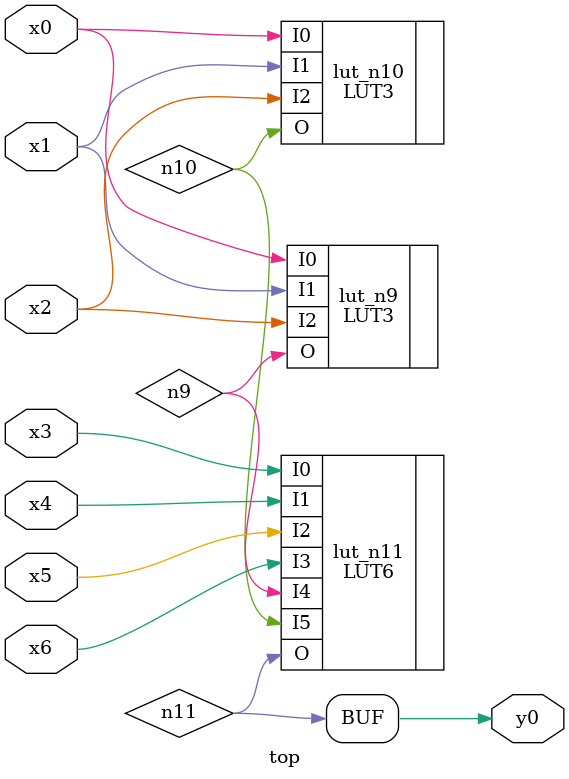
<source format=v>
module top (x0, x1, x2, x3, x4, x5, x6, y0);
  input x0, x1, x2, x3, x4, x5, x6;
  output y0;
  wire n9, n10, n11;
  LUT3 #(.INIT(8'hE8)) lut_n9 (.I0(x0), .I1(x1), .I2(x2), .O(n9));
  LUT3 #(.INIT(8'h96)) lut_n10 (.I0(x0), .I1(x1), .I2(x2), .O(n10));
  LUT6 #(.INIT(64'hFFFEE880FEE88000)) lut_n11 (.I0(x3), .I1(x4), .I2(x5), .I3(x6), .I4(n9), .I5(n10), .O(n11));
  assign y0 = n11;
endmodule

</source>
